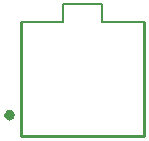
<source format=gbo>
G04*
G04 #@! TF.GenerationSoftware,Altium Limited,Altium Designer,22.1.2 (22)*
G04*
G04 Layer_Color=32896*
%FSLAX25Y25*%
%MOIN*%
G70*
G04*
G04 #@! TF.SameCoordinates,382241DD-9174-41C4-80FE-42B68BCE7A43*
G04*
G04*
G04 #@! TF.FilePolarity,Positive*
G04*
G01*
G75*
%ADD10C,0.01000*%
%ADD17C,0.02362*%
%ADD18C,0.00787*%
D10*
X184063Y89425D02*
Y127425D01*
X225063Y89425D02*
Y127425D01*
X184063Y89425D02*
X225063D01*
D17*
X180770Y96425D02*
G03*
X180770Y96425I-707J0D01*
G01*
D18*
X184063Y127425D02*
X198063D01*
Y133425D01*
X211063D01*
Y127425D02*
Y133425D01*
Y127425D02*
X225063D01*
M02*

</source>
